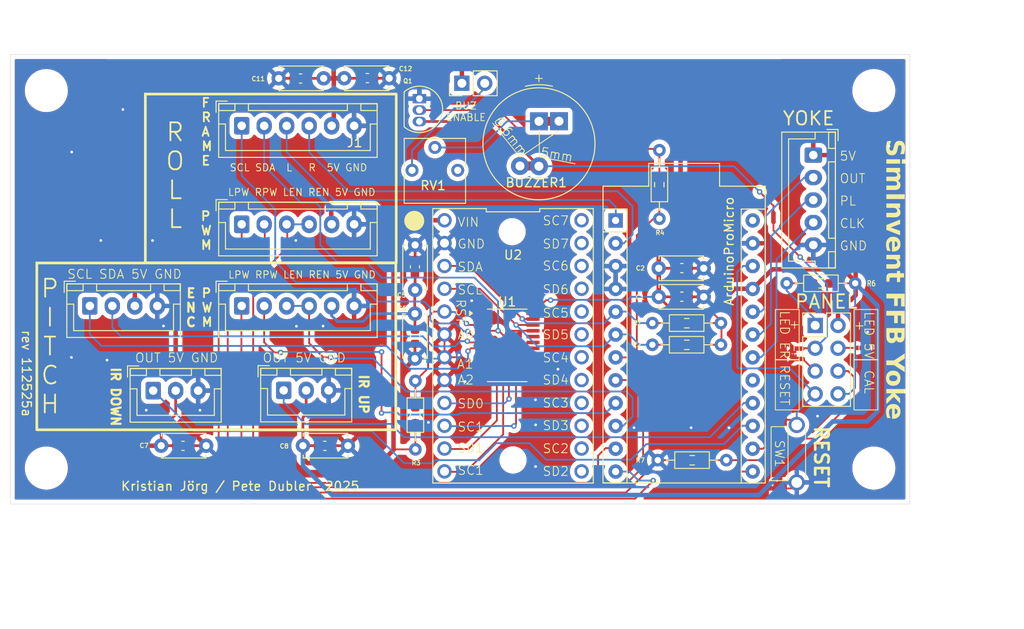
<source format=kicad_pcb>
(kicad_pcb (version 20241229) (generator "pcbnew") (generator_version "9.0")
  (title_block (comment 4 "AISLER Project ID: IAHGHODB"))
  (layers (0 "F.Cu" signal) (2 "B.Cu" signal) (13 "F.Paste" user) (15 "B.Paste" user) (5 "F.SilkS" user "F.Silkscreen") (7 "B.SilkS" user "B.Silkscreen") (1 "F.Mask" user) (3 "B.Mask" user) (25 "Edge.Cuts" user))
  (net 0 "")
  (net 1 "CALIBRATION_BUTTON-")
  (net 2 "INT_IR_P_UP")
  (net 3 "I2C_MUX_SDA_INPUT")
  (net 4 "INT_IR_R_LEFT")
  (net 5 "LPWM_PITCH")
  (net 6 "E_PWM_PITCH")
  (net 7 "BUZZER")
  (net 9 "YOKE_PL")
  (net 10 "E_PWM_ROLL")
  (net 11 "LPWM_ROLL")
  (net 12 "YOKE_OUT")
  (net 13 "5V_POWER_LED-")
  (net 14 "INT_IR_P_DOWN")
  (net 15 "I2C_MUX_SCL_INPUT")
  (net 16 "YOKE_CLK")
  (net 17 "RPWM_PITCH")
  (net 18 "RPWM_ROLL")
  (net 19 "+5V")
  (net 20 "INT_IR_R_RIGHT")
  (net 22 "Net-(BUZZER1-Pad1)")
  (net 23 "ERROR_LED+")
  (net 24 "RESET_BUTTON")
  (net 25 "PITCH_ENC_SDA")
  (net 26 "PITCH_ENC_SCL")
  (net 27 "ROLL_ENC_SCL")
  (net 28 "ROLL_ENC_SDA")
  (net 41 "Net-(Q1-B)")
  (net 42 "INT_CALIBRATION")
  (net 43 "Net-(U1-~{RESET})")
  (net 56 "/Buzzer-")
  (net 57 "GND")
  (net 58 "ERROR_LED-")
  (net 59 "CALIBRATION_BUTTON+")
  (net 60 "RESET_GND")
  (net 61 "5V_POWER_LED+")
  (net 63 "Net-(J7-Pad2)")
  (footprint "NetTie:NetTie-2_SMD_Pad0.5mm" (layer "F.Cu") (at 150.74 79.84 90)
    (property "Reference" "NT6" (hide yes))
    (property "Value" "NetTie_2" (hide yes))
  )
  (footprint "MountingHole:MountingHole_4.3mm_M4_DIN965" (layer "F.Cu") (at 69.83 81.98)
    (property "Reference" "H2" (hide yes))
    (property "Value" "MountingHole")
  )
  (footprint "MyFootprints:DUAL_RESISTOR_7.62mm_0605" (layer "F.Cu") (at 144.83 65.85 180)
    (property "Reference" "R1")
    (property "Value" "10K0")
  )
  (footprint "NetTie:NetTie-2_SMD_Pad0.5mm" (layer "F.Cu") (at 153.43 69.84)
    (property "Reference" "NT3" (hide yes))
    (property "Value" "NetTie_2" (hide yes))
  )
  (footprint "Connector_JST:JST_XH_B3B-XH-A_1x03_P2.50mm_Vertical" (layer "F.Cu") (at 81.71 73.365)
    (property "Reference" "J5" (hide yes))
    (property "Value" "IR Pitch Down")
  )
  (footprint "MyFootprints2:DUAL_RESISTOR_7.62mm_0605" (layer "F.Cu") (at 159.7575 61.42 180)
    (property "Reference" "R6")
    (property "Value" "220")
  )
  (footprint "NetTie:NetTie-2_SMD_Pad0.5mm" (layer "F.Cu") (at 153.39 68.69)
    (property "Reference" "NT2" (hide yes))
    (property "Value" "NetTie_2" (hide yes))
  )
  (footprint "Package_TO_SOT_THT:TO-92L_Inline" (layer "F.Cu") (at 111.31 40.88 -90)
    (property "Reference" "Q1")
    (property "Value" "2N4401")
  )
  (footprint "Connector_JST:JST_XH_B6B-XH-A_1x06_P2.50mm_Vertical" (layer "F.Cu") (at 91.55 43.9)
    (property "Reference" "J1")
    (property "Value" "Frame Cable")
  )
  (footprint "Connector_PinHeader_2.54mm:PinHeader_2x04_P2.54mm_Vertical" (layer "F.Cu") (at 155.3075 66.11)
    (property "Reference" "J9" (hide yes))
    (property "Value" "Conn_02x04_Counter_Clockwise")
  )
  (footprint "TCA9548A:TCA9548A Module" (layer "F.Cu") (at 121.717024 68.38)
    (property "Reference" "U2")
    (property "Value" "~")
  )
  (footprint "Connector_JST:JST_XH_B6B-XH-A_1x06_P2.50mm_Vertical" (layer "F.Cu") (at 91.55 63.94)
    (property "Reference" "J3" (hide yes))
    (property "Value" "Pitch Motor")
  )
  (footprint "MountingHole:MountingHole_4.3mm_M4_DIN965" (layer "F.Cu") (at 161.83 81.98)
    (property "Reference" "H3" (hide yes))
    (property "Value" "MountingHole")
  )
  (footprint "MyFootprints:DUAL_CAP_2.5mm_0603" (layer "F.Cu") (at 100.665 38.62 180)
    (property "Reference" "C11")
    (property "Value" "0.1uF")
  )
  (footprint "MyFootprints:DUAL_CAP_2.5mm_0603" (layer "F.Cu") (at 87.6 79.49 180)
    (property "Reference" "C7")
    (property "Value" "0.1uF")
  )
  (footprint "MyFootprints:DUAL_TACTILE_SWITCH" (layer "F.Cu") (at 153.26 80.38 90)
    (property "Reference" "SW1")
    (property "Value" "PTS636SM43LFS 6X3.5MM")
  )
  (footprint "NetTie:NetTie-2_SMD_Pad0.5mm" (layer "F.Cu") (at 160.44 68.61 180)
    (property "Reference" "NT1" (hide yes))
    (property "Value" "NetTie_2" (hide yes))
  )
  (footprint "Potentiometer_THT:Potentiometer_Vishay_T73YP_Vertical" (layer "F.Cu") (at 115.57 48.85 90)
    (property "Reference" "RV1")
    (property "Value" "R_Potentiometer")
  )
  (footprint "Arduino:Sparkfun_Pro_Micro" (layer "F.Cu") (at 148.36 82.37 180)
    (property "Reference" "ARDUINO_PRO_MICRO1" (hide yes))
    (property "Value" "ArduinoProMicro")
  )
  (footprint "Connector_PinHeader_2.54mm:PinHeader_1x02_P2.54mm_Vertical" (layer "F.Cu") (at 116.03 39.17 90)
    (property "Reference" "J7" (hide yes))
    (property "Value" "Jumper - Buzzer Active")
  )
  (footprint "MountingHole:MountingHole_4.3mm_M4_DIN965" (layer "F.Cu") (at 69.83 39.98)
    (property "Reference" "H1" (hide yes))
    (property "Value" "MountingHole")
  )
  (footprint "MyFootprints:DUAL_CAP_2.5mm_0603" (layer "F.Cu") (at 102.95 38.61)
    (property "Reference" "C12")
    (property "Value" "10uF")
  )
  (footprint "Package_SO:TSSOP-24_4.4x7.8mm_P0.65mm" (layer "F.Cu") (at 121.07 68.33)
    (property "Reference" "U1")
    (property "Value" "TCA9548APWR")
  )
  (footprint "MyFootprints:DUAL_CAP_2.5mm_0603" (layer "F.Cu") (at 137.915 62.93)
    (property "Reference" "C1")
    (property "Value" "0.1uF")
  )
  (footprint "MountingHole:MountingHole_4.3mm_M4_DIN965" (layer "F.Cu") (at 161.83 39.98)
    (property "Reference" "H4" (hide yes))
    (property "Value" "MountingHole")
  )
  (footprint "MyFootprints:DUAL_RESISTOR_7.62mm_0605" (layer "F.Cu") (at 137.99 54.2375 90)
    (property "Reference" "R4")
    (property "Value" "2K0")
  )
  (footprint "NetTie:NetTie-2_SMD_Pad0.5mm" (layer "F.Cu") (at 158.77 63.29)
    (property "Reference" "NT5" (hide yes))
    (property "Value" "NetTie_2" (hide yes))
  )
  (footprint "MyFootprints:DUAL_CAP_2.5mm_0603" (layer "F.Cu") (at 110.81 64.8025 -90)
    (property "Reference" "C6")
    (property "Value" "10uF")
  )
  (footprint "Connector_JST:JST_XH_B3B-XH-A_1x03_P2.50mm_Vertical" (layer "F.Cu") (at 96.22 73.335)
    (property "Reference" "J6" (hide yes))
    (property "Value" "IR Pitch Up")
  )
  (footprint "Buzzer_Beeper:Buzzer_TDK_PS1240P02BT_D12.2mm_H6.5mm" (layer "F.Cu") (at 124.6 43.399216 -90)
    (property "Reference" "BUZZER1")
    (property "Value" "2700Hz")
  )
  (footprint "Connector_JST:JST_XH_B6B-XH-A_1x06_P2.50mm_Vertical" (layer "F.Cu") (at 91.55 54.86)
    (property "Reference" "J2" (hide yes))
    (property "Value" "Roll Motor")
  )
  (footprint "MyFootprints:DUAL_RESISTOR_7.62mm_0605" (layer "F.Cu") (at 110.86 79.9 90)
    (property "Reference" "R3")
    (property "Value" "10K0")
  )
  (footprint "MyFootprints:DUAL_RESISTOR_7.62mm_0605" (layer "F.Cu") (at 145.43 81.1 180)
    (property "Reference" "R7")
    (property "Value" "10K0")
  )
  (footprint "MyFootprints:DUAL_CAP_2.5mm_0603" (layer "F.Cu") (at 137.915 59.75)
    (property "Reference" "C2")
    (property "Value" "10uF")
  )
  (footprint "MyFootprints:DUAL_RESISTOR_7.62mm_0605" (layer "F.Cu") (at 144.83 68.26 180)
    (property "Reference" "R2")
    (property "Value" "10K0")
  )
  (footprint "NetTie:NetTie-2_SMD_Pad0.5mm" (layer "F.Cu") (at 150.67 54.1 90)
    (property "Reference" "NT7" (hide yes))
    (property "Value" "NetTie_2" (hide yes))
  )
  (footprint "MyFootprints:DUAL_CAP_2.5mm_0603" (layer "F.Cu") (at 110.83 62.1575 90)
    (property "Reference" "C5")
    (property "Value" "0.1uF")
  )
  (footprint "NetTie:NetTie-2_SMD_Pad0.5mm" (layer "F.Cu") (at 159.75 70.22 90)
    (property "Reference" "NT4" (hide yes))
    (property "Value" "NetTie_2" (hide yes))
  )
  (footprint "MyFootprints:DUAL_CAP_2.5mm_0603" (layer "F.Cu") (at 103.36 79.49 180)
    (property "Reference" "C8")
    (property "Value" "0.1uF")
  )
  (footprint "Connector_JST:JST_XH_B4B-XH-A_1x04_P2.50mm_Vertical" (layer "F.Cu") (at 74.67 63.94)
    (property "Reference" "J4" (hide yes))
    (property "Value" "Pitch Encoder")
  )
  (footprint "Connector_JST:JST_XH_B5B-XH-A_1x05_P2.50mm_Vertical" (layer "F.Cu") (at 155.1025 47.16 -90)
    (property "Reference" "J8" (hide yes))
    (property "Value" "Yoke")
  )
  (gr_line (start 144.89 66.39) (end 144.89 67.79) (stroke (width 0.2)) (layer "F.Cu") (net 19))
  (gr_rect (start 68.775 59.16) (end 108.685 77.72) (stroke (width 0.3)) (fill no) (layer "F.SilkS"))
  (gr_rect (start 150.88 69.91) (end 153.525 75.51) (stroke (width 0.1)) (fill no) (layer "F.SilkS"))
  (gr_rect (start 80.84 40.37) (end 108.73 59.15) (stroke (width 0.3)) (fill no) (layer "F.SilkS"))
  (gr_rect (start 159.6275 64.34) (end 162.2725 69.94) (stroke (width 0.1)) (fill no) (layer "F.SilkS"))
  (gr_rect (start 159.6275 69.91) (end 162.2725 75.51) (stroke (width 0.1)) (fill no) (layer "F.SilkS"))
  (gr_rect (start 150.88 64.34) (end 153.525 69.94) (stroke (width 0.1)) (fill no) (layer "F.SilkS"))
  (gr_rect (start 65.83 35.98) (end 165.83 85.98) (stroke (width 0.05)) (fill no) (layer "Edge.Cuts"))
  (gr_text "rev 112525a" (at 67.04 66.55 270) (layer "F.SilkS") (effects (font (size 1 1)) (justify left bottom)))
  (gr_text "-\n" (at 153.4825 69.23 90) (layer "F.SilkS") (effects (font (size 1 1) (thickness 0.1)) (justify left bottom)))
  (gr_text "RESET" (at 155.11 77.15 270) (layer "F.SilkS") (effects (font (size 1.5 1.5) (thickness 0.3) (bold yes)) (justify left bottom)))
  (gr_text "YOKE" (at 151.5925 43.95 0) (layer "F.SilkS") (effects (font (size 1.5 1.5) (thickness 0.2) (bold yes)) (justify left bottom)))
  (gr_text "R\nO\nL\nL" (at 84.15 49.43 0) (layer "F.SilkS") (effects (font (size 2 2) (thickness 0.2) (bold yes))))
  (gr_text "SimInvent FFB Yoke" (at 162.88 45.37 270) (layer "F.SilkS") (effects (font (size 2 2) (thickness 0.3) (bold yes)) (justify left bottom)))
  (gr_text "LPW RPW LEN REN 5V GND" (at 89.97 51.76 0) (layer "F.SilkS") (effects (font (size 0.8 0.8) (thickness 0.1)) (justify left bottom)))
  (gr_text "OUT 5V GND" (at 79.635 70.3 0) (layer "F.SilkS") (effects (font (size 1 1) (thickness 0.1)) (justify left bottom)))
  (gr_text "IR UP" (at 104.53 73.76 270) (layer "F.SilkS") (effects (font (size 1 1) (thickness 0.25) (bold yes)) (justify bottom)))
  (gr_text "5V" (at 157.9725 47.85 0) (layer "F.SilkS") (effects (font (size 1 1) (thickness 0.1)) (justify left bottom)))
  (gr_text "F\nR\nA\nM\nE" (at 86.98 48.37 0) (layer "F.SilkS") (effects (font (size 1 1) (thickness 0.2) (bold yes)) (justify left bottom)))
  (gr_text "P\nW\nM" (at 87 66.32 0) (layer "F.SilkS") (effects (font (size 1 1) (thickness 0.2) (bold yes)) (justify left bottom)))
  (gr_text "LED ER" (at 151.33 64.4 270) (layer "F.SilkS") (effects (font (size 1 1) (thickness 0.1)) (justify left bottom)))
  (gr_text "OUT" (at 157.9725 50.3475 0) (layer "F.SilkS") (effects (font (size 1 1) (thickness 0.1)) (justify left bottom)))
  (gr_text "LED 5V" (at 160.71 64.51 270) (layer "F.SilkS") (effects (font (size 1 1) (thickness 0.1)) (justify left bottom)))
  (gr_text "+" (at 123.91 39.14 0) (layer "F.SilkS") (effects (font (size 1 1) (thickness 0.1)) (justify left bottom)))
  (gr_text "LPW RPW LEN REN 5V GND" (at 90.01 60.94 0) (layer "F.SilkS") (effects (font (size 0.8 0.8) (thickness 0.1)) (justify left bottom)))
  (gr_text "RESET" (at 151.33 70.42 270) (layer "F.SilkS") (effects (font (size 1 1) (thickness 0.1)) (justify left bottom)))
  (gr_text "CLK" (at 157.9725 55.3425 0) (layer "F.SilkS") (effects (font (size 1 1) (thickness 0.1)) (justify left bottom)))
  (gr_text "PANEL" (at 152.95 64.34 0) (layer "F.SilkS") (effects (font (size 1.5 1.5) (thickness 0.2) (bold yes)) (justify left bottom)))
  (gr_text "+\n" (at 152.3325 66.55 0) (layer "F.SilkS") (effects (font (size 1 1) (thickness 0.1)) (justify left bottom)))
  (gr_text "Kristian Jörg / Pete Dubler  2025" (at 78.05 84.58 0) (layer "F.SilkS") (effects (font (size 1 1)) (justify left bottom)))
  (gr_text "-\n" (at 160.6925 69.35 90) (layer "F.SilkS") (effects (font (size 1 1) (thickness 0.1)) (justify left bottom)))
  (gr_text "SCL SDA 5V GND" (at 72.1 60.99 0) (layer "F.SilkS") (effects (font (size 1 1) (thickness 0.1)) (justify left bottom)))
  (gr_text "GND" (at 157.9725 57.84 0) (layer "F.SilkS") (effects (font (size 1 1) (thickness 0.1)) (justify left bottom)))
  (gr_text "PL" (at 157.9725 52.845 0) (layer "F.SilkS") (effects (font (size 1 1) (thickness 0.1)) (justify left bottom)))
  (gr_text "BUZ\nENABLE" (at 116.49 43.43 0) (layer "F.SilkS") (effects (font (size 0.8 0.8) (thickness 0.1)) (justify bottom)))
  (gr_text "OUT 5V GND" (at 93.82 70.3 0) (layer "F.SilkS") (effects (font (size 1 1) (thickness 0.1)) (justify left bottom)))
  (gr_text "IR DOWN" (at 76.95 74.05 270) (layer "F.SilkS") (effects (font (size 1 1) (thickness 0.25) (bold yes)) (justify bottom)))
  (gr_text "CAL" (at 160.71 71.01 270) (layer "F.SilkS") (effects (font (size 1 1) (thickness 0.1)) (justify left bottom)))
  (gr_text "E\nN\nC" (at 85.91 66.33 0) (layer "F.SilkS") (effects (font (size 1 1) (thickness 0.25) (bold yes)) (justify bottom)))
  (gr_text "+\n" (at 159.5425 66.67 0) (layer "F.SilkS") (effects (font (size 1 1) (thickness 0.1)) (justify left bottom)))
  (gr_text "SCL SDA  L   R  5V GND" (at 90.16 49.02 0) (layer "F.SilkS") (effects (font (size 0.8 0.8) (thickness 0.1)) (justify left bottom)))
  (gr_text "P\nI\nT\nC\nH" (at 70.23 68.44 0) (layer "F.SilkS") (effects (font (size 2 2) (thickness 0.2) (bold yes))))
  (gr_text "P\nW\nM" (at 86.91 57.75 0) (layer "F.SilkS") (effects (font (size 1 1) (thickness 0.2) (bold yes)) (justify left bottom)))
  (segment (start 159.63 74.38) (end 159.63 71.85) (width 0.2) (layer "F.Cu") (net 1))
  (segment (start 159.63 71.85) (end 158.97 71.19) (width 0.2) (layer "F.Cu") (net 1))
  (segment (start 152.51 78.7) (end 155.31 78.7) (width 0.2) (layer "F.Cu") (net 1))
  (segment (start 155.31 78.7) (end 159.63 74.38) (width 0.2) (layer "F.Cu") (net 1))
  (segment (start 150.87 80.34) (end 152.51 78.7) (width 0.2) (layer "F.Cu") (net 1))
  (segment (start 150.74 80.34) (end 150.87 80.34) (width 0.2) (layer "F.Cu") (net 1))
  (segment (start 145.481 81.1) (end 145.481 80.759) (width 0.2) (layer "F.Cu") (net 1))
  (segment (start 149.98 81.1) (end 150.74 80.34) (width 0.2) (layer "F.Cu") (net 1))
  (segment (start 145.43 81.1) (end 149.98 81.1) (width 0.2) (layer "F.Cu") (net 1))
  (segment (start 158.97 71.19) (end 157.8475 71.19) (width 0.2) (layer "F.Cu") (net 1))
  (segment (start 96.22 73.335) (end 96.22 74.67) (width 0.2) (layer "B.Cu") (net 2))
  (segment (start 98.62 77.07) (end 108.13 77.07) (width 0.2) (layer "B.Cu") (net 2))
  (segment (start 108.13 77.07) (end 109.61 78.55) (width 0.2) (layer "B.Cu") (net 2))
  (segment (start 143.58 78.55) (end 147.4 74.73) (width 0.2) (layer "B.Cu") (net 2))
  (segment (start 109.61 78.55) (end 143.58 78.55) (width 0.2) (layer "B.Cu") (net 2))
  (segment (start 96.22 74.67) (end 98.62 77.07) (width 0.2) (layer "B.Cu") (net 2))
  (segment (start 147.4 74.73) (end 148.38 74.73) (width 0.2) (layer "B.Cu") (net 2))
  (segment (start 122.725 65.405) (end 123.9325 65.405) (width 0.2) (layer "F.Cu") (net 3))
  (segment (start 122.72 65.4) (end 122.725 65.405) (width 0.2) (layer "F.Cu") (net 3))
  (segment (start 114.097024 59.49) (end 116.853444 59.49) (width 0.2) (layer "F.Cu") (net 3))
  (segment (start 116.853444 59.49) (end 122.741804 65.37836) (width 0.2) (layer "F.Cu") (net 3))
  (via (at 122.741804 65.37836) (size 0.6) (drill 0.3) (layers "F.Cu" "B.Cu") (net 3))
  (segment (start 135.63 65.85) (end 137.21 65.85) (width 0.2) (layer "B.Cu") (net 3))
  (segment (start 122.741804 65.37836) (end 123.233444 65.87) (width 0.2) (layer "B.Cu") (net 3))
  (segment (start 133.14 64.57) (end 134.35 64.57) (width 0.2) (layer "B.Cu") (net 3))
  (segment (start 134.35 64.57) (end 135.63 65.85) (width 0.2) (layer "B.Cu") (net 3))
  (segment (start 131.84 65.87) (end 133.14 64.57) (width 0.2) (layer "B.Cu") (net 3))
  (segment (start 123.233444 65.87) (end 131.84 65.87) (width 0.2) (layer "B.Cu") (net 3))
  (segment (start 96.55 43.9) (end 96.55 46.82) (width 0.2) (layer "B.Cu") (net 4))
  (segment (start 104.661057 52.129) (end 105.158943 52.129) (width 0.2) (layer "B.Cu") (net 4))
  (segment (start 96.55 46.82) (end 101.88 52.15) (width 0.2) (layer "B.Cu") (net 4))
  (segment (start 105.158943 52.129) (end 105.179943 52.15) (width 0.2) (layer "B.Cu") (net 4))
  (segment (start 101.88 52.15) (end 104.640057 52.15) (width 0.2) (layer "B.Cu") (net 4))
  (segment (start 105.179943 52.15) (end 132.37 52.15) (width 0.2) (layer "B.Cu") (net 4))
  (segment (start 133.14 52.92) (end 133.14 54.41) (width 0.2) (layer "B.Cu") (net 4))
  (segment (start 104.640057 52.15) (end 104.661057 52.129) (width 0.2) (layer "B.Cu") (net 4))
  (segment (start 132.37 52.15) (end 133.14 52.92) (width 0.2) (layer "B.Cu") (net 4))
  (segment (start 94.69 84.02) (end 96.4229 84.02) (width 0.2) (layer "F.Cu") (net 5))
  (segment (start 96.4229 84.02) (end 96.5229 84.12) (width 0.2) (layer "F.Cu") (net 5))
  (segment (start 136.18 81.85) (end 136.18 72.84) (width 0.2) (layer "F.Cu") (net 5))
  (segment (start 91.52 80.85) (end 94.69 84.02) (width 0.2) (layer "F.Cu") (net 5))
  (segment (start 91.55 63.94) (end 91.52 63.97) (width 0.2) (layer "F.Cu") (net 5))
  (segment (start 133.91 84.12) (end 136.18 81.85) (width 0.2) (layer "F.Cu") (net 5))
  (segment (start 135.53 72.19) (end 133.14 72.19) (width 0.2) (layer "F.Cu") (net 5))
  (segment (start 91.52 63.97) (end 91.52 80.85) (width 0.2) (layer "F.Cu") (net 5))
  (segment (start 136.18 72.84) (end 135.53 72.19) (width 0.2) (layer "F.Cu") (net 5))
  (segment (start 96.5229 84.12) (end 133.91 84.12) (width 0.2) (layer "F.Cu") (net 5))
  (segment (start 99.05 68.08) (end 99.05 63.94) (width 0.2) (layer "F.Cu") (net 6))
  (segment (start 101.43 69.67) (end 100.64 69.67) (width 0.2) (layer "F.Cu") (net 6))
  (segment (start 100.64 69.67) (end 99.05 68.08) (width 0.2) (layer "F.Cu") (net 6))
  (via (at 101.43 69.67) (size 0.6) (drill 0.3) (layers "F.Cu" "B.Cu") (net 6))
  (segment (start 133.98 77.27) (end 133.14 77.27) (width 0.2) (layer "B.Cu") (net 6))
  (segment (start 96.55 63.94) (end 99.05 63.94) (width 0.2) (layer "B.Cu") (net 6))
  (segment (start 101.54 69.78) (end 101.43 69.67) (width 0.2) (layer "B.Cu") (net 6))
  (segment (start 135.02 74.17) (end 135.02 76.23) (width 0.2) (layer "B.Cu") (net 6))
  (segment (start 106.17 69.78) (end 109.849 73.459) (width 0.2) (layer "B.Cu") (net 6))
  (segment (start 135.02 76.23) (end 133.98 77.27) (width 0.2) (layer "B.Cu") (net 6))
  (segment (start 134.309 73.459) (end 135.02 74.17) (width 0.2) (layer "B.Cu") (net 6))
  (segment (start 106.17 69.78) (end 101.54 69.78) (width 0.2) (layer "B.Cu") (net 6))
  (segment (start 109.849 73.459) (end 134.309 73.459) (width 0.2) (layer "B.Cu") (net 6))
  (segment (start 134.83 69.67) (end 135.48 69.02) (width 0.2) (layer "F.Cu") (net 7))
  (segment (start 135.48 69.02) (end 135.48 56.0705) (width 0.2) (layer "F.Cu") (net 7))
  (segment (start 133.12 69.67) (end 134.83 69.67) (width 0.2) (layer "F.Cu") (net 7))
  (segment (start 135.48 56.0705) (end 137.262 54.2885) (width 0.2) (layer "F.Cu") (net 7))
  (segment (start 137.262 54.2885) (end 137.99 54.2885) (width 0.2) (layer "F.Cu") (net 7))
  (segment (start 150.39 56.2) (end 150.39 65.91) (width 0.2) (layer "B.Cu") (net 9))
  (segment (start 149.19 67.11) (end 148.38 67.11) (width 0.2) (layer "B.Cu") (net 9))
  (segment (start 150.39 65.91) (end 149.19 67.11) (width 0.2) (layer "B.Cu") (net 9))
  (segment (start 155.1025 52.16) (end 154.43 52.16) (width 0.2) (layer "B.Cu") (net 9))
  (segment (start 154.43 52.16) (end 150.39 56.2) (width 0.2) (layer "B.Cu") (net 9))
  (segment (start 131.17 82.69) (end 131.17 80.6) (width 0.2) (layer "F.Cu") (net 10))
  (segment (start 96.62 54.86) (end 96.62 57.44) (width 0.2) (layer "F.Cu") (net 10))
  (segment (start 96.62 57.44) (end 92.83 61.23) (width 0.2) (layer "F.Cu") (net 10))
  (segment (start 130.23 83.63) (end 131.17 82.69) (width 0.2) (layer "F.Cu") (net 10))
  (segment (start 92.83 61.23) (end 92.83 79.86) (width 0.2) (layer "F.Cu") (net 10))
  (segment (start 132.01 79.76) (end 133.09 79.76) (width 0.2) (layer "F.Cu") (net 10))
  (segment (start 92.83 79.86) (end 96.6 83.63) (width 0.2) (layer "F.Cu") (net 10))
  (segment (start 131.17 80.6) (end 132.01 79.76) (width 0.2) (layer "F.Cu") (net 10))
  (segment (start 96.6 83.63) (end 130.23 83.63) (width 0.2) (layer "F.Cu") (net 10))
  (segment (start 133.09 79.76) (end 133.14 79.81) (width 0.2) (layer "F.Cu") (net 10))
  (segment (start 96.55 54.86) (end 99.05 54.86) (width 0.2) (layer "B.Cu") (net 10))
  (segment (start 92.699 85.379) (end 88.99 81.67) (width 0.2) (layer "F.Cu") (net 11))
  (segment (start 91.55 57.08) (end 91.55 54.86) (width 0.2) (layer "F.Cu") (net 11))
  (segment (start 88.99 59.64) (end 91.55 57.08) (width 0.2) (layer "F.Cu") (net 11))
  (segment (start 88.99 81.67) (end 88.99 59.64) (width 0.2) (layer "F.Cu") (net 11))
  (segment (start 137.3 83.37) (end 135.291 85.379) (width 0.2) (layer "F.Cu") (net 11))
  (segment (start 135.291 85.379) (end 92.699 85.379) (width 0.2) (layer "F.Cu") (net 11))
  (via (at 137.3 83.37) (size 0.6) (drill 0.3) (layers "F.Cu" "B.Cu") (net 11))
  (segment (start 137.3 83.37) (end 135.67 83.37) (width 0.2) (layer "B.Cu") (net 11))
  (segment (start 134.67 82.37) (end 133.12 82.37) (width 0.2) (layer "B.Cu") (net 11))
  (segment (start 135.67 83.37) (end 134.67 82.37) (width 0.2) (layer "B.Cu") (net 11))
  (segment (start 149.75 54) (end 149.75 64.13) (width 0.2) (layer "B.Cu") (net 12))
  (segment (start 149.31 64.57) (end 148.38 64.57) (width 0.2) (layer "B.Cu") (net 12))
  (segment (start 149.75 64.13) (end 149.31 64.57) (width 0.2) (layer "B.Cu") (net 12))
  (segment (start 155.1025 49.66) (end 154.09 49.66) (width 0.2) (layer "B.Cu") (net 12))
  (segment (start 154.09 49.66) (end 149.75 54) (width 0.2) (layer "B.Cu") (net 12))
  (segment (start 159.94 68.61) (end 157.8875 68.61) (width 0.2) (layer "F.Cu") (net 13))
  (segment (start 157.8875 68.61) (end 157.8475 68.65) (width 0.2) (layer "F.Cu") (net 13))
  (segment (start 134.81 81.05) (end 136.55 79.31) (width 0.2) (layer "B.Cu") (net 14))
  (segment (start 147.22 77.27) (end 148.38 77.27) (width 0.2) (layer "B.Cu") (net 14))
  (segment (start 109.61 81.44) (end 112.72 81.44) (width 0.2) (layer "B.Cu") (net 14))
  (segment (start 117.981 81.079) (end 119.85 79.21) (width 0.2) (layer "B.Cu") (net 14))
  (segment (start 125.39 81.05) (end 134.81 81.05) (width 0.2) (layer "B.Cu") (net 14))
  (segment (start 112.72 81.44) (end 113.06 81.1) (width 0.2) (layer "B.Cu") (net 14))
  (segment (start 86.215 77.87) (end 106.04 77.87) (width 0.2) (layer "B.Cu") (net 14))
  (segment (start 119.85 79.21) (end 123.55 79.21) (width 0.2) (layer "B.Cu") (net 14))
  (segment (start 145.18 79.31) (end 147.22 77.27) (width 0.2) (layer "B.Cu") (net 14))
  (segment (start 123.55 79.21) (end 125.39 81.05) (width 0.2) (layer "B.Cu") (net 14))
  (segment (start 136.55 79.31) (end 145.18 79.31) (width 0.2) (layer "B.Cu") (net 14))
  (segment (start 106.04 77.87) (end 109.61 81.44) (width 0.2) (layer "B.Cu") (net 14))
  (segment (start 113.06 81.1) (end 117.981 81.1) (width 0.2) (layer "B.Cu") (net 14))
  (segment (start 81.71 73.365) (end 86.215 77.87) (width 0.2) (layer "B.Cu") (net 14))
  (segment (start 117.981 81.1) (end 117.981 81.079) (width 0.2) (layer "B.Cu") (net 14))
  (segment (start 122.06 66.055) (end 118.035 62.03) (width 0.2) (layer "F.Cu") (net 15))
  (segment (start 122.06 66.055) (end 123.9325 66.055) (width 0.2) (layer "F.Cu") (net 15))
  (segment (start 118.035 62.03) (end 114.097024 62.03) (width 0.2) (layer "F.Cu") (net 15))
  (via (at 122.06 66.055) (size 0.6) (drill 0.3) (layers "F.Cu" "B.Cu") (net 15))
  (segment (start 135.76 68.26) (end 137.21 68.26) (width 0.2) (layer "B.Cu") (net 15))
  (segment (start 134.61 67.11) (end 135.76 68.26) (width 0.2) (layer "B.Cu") (net 15))
  (segment (start 133.14 67.11) (end 134.61 67.11) (width 0.2) (layer "B.Cu") (net 15))
  (segment (start 122.06 66.055) (end 124.435 68.43) (width 0.2) (layer "B.Cu") (net 15))
  (segment (start 124.435 68.43) (end 131.82 68.43) (width 0.2) (layer "B.Cu") (net 15))
  (segment (start 131.82 68.43) (end 133.14 67.11) (width 0.2) (layer "B.Cu") (net 15))
  (segment (start 151.01 67.92) (end 149.28 69.65) (width 0.2) (layer "B.Cu") (net 16))
  (segment (start 149.28 69.65) (end 148.38 69.65) (width 0.2) (layer "B.Cu") (net 16))
  (segment (start 155.1025 54.66) (end 151.01 58.7525) (width 0.2) (layer "B.Cu") (net 16))
  (segment (start 151.01 58.7525) (end 151.01 67.92) (width 0.2) (layer "B.Cu") (net 16))
  (segment (start 95.88 69.12) (end 95.18 69.12) (width 0.2) (layer "F.Cu") (net 17))
  (segment (start 107.1 75.86) (end 107.1 69.06) (width 0.2) (layer "F.Cu") (net 17))
  (segment (start 94.05 67.99) (end 94.05 63.94) (width 0.2) (layer "F.Cu") (net 17))
  (segment (start 95.18 69.12) (end 94.05 67.99) (width 0.2) (layer "F.Cu") (net 17))
  (via (at 107.1 69.06) (size 0.6) (drill 0.3) (layers "F.Cu" "B.Cu") (net 17))
  (via (at 95.88 69.12) (size 0.6) (drill 0.3) (layers "F.Cu" "B.Cu") (net 17))
  (via (at 107.1 75.86) (size 0.6) (drill 0.3) (layers "F.Cu" "B.Cu") (net 17))
  (segment (start 95.94 69.06) (end 95.88 69.12) (width 0.2) (layer "B.Cu") (net 17))
  (segment (start 107.1 75.86) (end 107.2 75.86) (width 0.2) (layer "B.Cu") (net 17))
  (segment (start 107.2 75.86) (end 107.269 75.791) (width 0.2) (layer "B.Cu") (net 17))
  (segment (start 115.67 76.03) (end 115.83 75.87) (width 0.2) (layer "B.Cu") (net 17))
  (segment (start 107.1 69.06) (end 95.94 69.06) (width 0.2) (layer "B.Cu") (net 17))
  (segment (start 115.83 75.87) (end 132 75.87) (width 0.2) (layer "B.Cu") (net 17))
  (segment (start 108.821 75.791) (end 109.06 76.03) (width 0.2) (layer "B.Cu") (net 17))
  (segment (start 109.06 76.03) (end 115.67 76.03) (width 0.2) (layer "B.Cu") (net 17))
  (segment (start 132 75.87) (end 133.14 74.73) (width 0.2) (layer "B.Cu") (net 17))
  (segment (start 107.269 75.791) (end 108.821 75.791) (width 0.2) (layer "B.Cu") (net 17))
  (segment (start 136.61 82.37) (end 148.36 82.37) (width 0.2) (layer "F.Cu") (net 18))
  (segment (start 94.05 54.86) (end 94.12 54.93) (width 0.2) (layer "F.Cu") (net 18))
  (segment (start 91.21 82.29) (end 93.62 84.7) (width 0.2) (layer "F.Cu") (net 18))
  (segment (start 90 61.345) (end 90 81.06) (width 0.2) (layer "F.Cu") (net 18))
  (segment (start 134.28 84.7) (end 136.61 82.37) (width 0.2) (layer "F.Cu") (net 18))
  (segment (start 91.21 82.27) (end 91.21 82.29) (width 0.2) (layer "F.Cu") (net 18))
  (segment (start 94.12 54.93) (end 94.12 57.225) (width 0.2) (layer "F.Cu") (net 18))
  (segment (start 93.62 84.7) (end 134.28 84.7) (width 0.2) (layer "F.Cu") (net 18))
  (segment (start 94.12 57.225) (end 90 61.345) (width 0.2) (layer "F.Cu") (net 18))
  (segment (start 90 81.06) (end 91.21 82.27) (width 0.2) (layer "F.Cu") (net 18))
  (segment (start 158.4246 59.87) (end 150.54 59.87) (width 0.5) (layer "F.Cu") (net 19))
  (segment (start 79.17 71.61) (end 79.17 77.76) (width 0.5) (layer "F.Cu") (net 19))
  (segment (start 144.881 65.6839) (end 144.881 65.85) (width 0.2) (layer "F.Cu") (net 19))
  (segment (start 140.34 36.85) (end 140.34 55.84) (width 0.5) (layer "F.Cu") (net 19))
  (segment (start 84.21 61.33) (end 84.21 69.62) (width 0.5) (layer "F.Cu") (net 19))
  (segment (start 108.5275 64.8025) (end 108.43 64.9) (width 0.3) (layer "F.Cu") (net 19))
  (segment (start 106.23 53) (end 101.51 53) (width 0.5) (layer "F.Cu") (net 19))
  (segment (start 101.78 36.9) (end 101.83 36.85) (width 0.5) (layer "F.Cu") (net 19))
  (segment (start 116.26 36.85) (end 137.93 36.85) (width 0.5) (layer "F.Cu") (net 19))
  (segment (start 84.21 69.62) (end 82.75 71.08) (width 0.5) (layer "F.Cu") (net 19))
  (segment (start 84.21 76.03) (end 82.6 77.64) (width 0.3) (layer "F.Cu") (net 19))
  (segment (start 101.79 38.63) (end 101.79 43.66) (width 0.5) (layer "F.Cu") (net 19))
  (segment (start 110.659 79.9) (end 110.86 80.101) (width 0.2) (layer "F.Cu") (net 19))
  (segment (start 110.79 64.7625) (end 110.79 62.1975) (width 0.3) (layer "F.Cu") (net 19))
  (segment (start 77.41 36.85) (end 76.84 37.42) (width 0.5) (layer "F.Cu") (net 19))
  (segment (start 110.81 64.8025) (end 108.5275 64.8025) (width 0.3) (layer "F.Cu") (net 19))
  (segment (start 108.43 55.2) (end 106.23 53) (width 0.5) (layer "F.Cu") (net 19))
  (segment (start 79.67 62.17) (end 79.67 63.94) (width 0.5) (layer "F.Cu") (net 19))
  (segment (start 137.915 59.75) (end 137.915 62.93) (width 0.5) (layer "F.Cu") (net 19))
  (segment (start 101.79 43.66) (end 101.55 43.9) (width 0.2) (layer "F.Cu") (net 19))
  (segment (start 108.43 79.96) (end 106.96 81.43) (width 0.5) (layer "F.Cu") (net 19))
  (segment (start 159.8085 49.7185) (end 159.8085 62.7515) (width 0.5) (layer "F.Cu") (net 19))
  (segment (start 82.6 77.64) (end 82.6 79.49) (width 0.3) (layer "F.Cu") (net 19))
  (segment (start 116.26 36.85) (end 116.03 37.08) (width 0.5) (layer "F.Cu") (net 19))
  (segment (start 98.88 81.43) (end 98.405 80.955) (width 0.5) (layer "F.Cu") (net 19))
  (segment (start 155.1025 47.16) (end 157.25 47.16) (width 0.5) (layer "F.Cu") (net 19))
  (segment (start 84.21 52.69) (end 84.21 61.33) (width 0.5) (layer "F.Cu") (net 19))
  (segment (start 101.83 36.85) (end 116.26 36.85) (width 0.5) (layer "F.Cu") (net 19))
  (segment (start 139.585 64.6) (end 143.7971 64.6) (width 0.3) (layer "F.Cu") (net 19))
  (segment (start 137.915 62.93) (end 139.585 64.6) (width 0.3) (layer "F.Cu") (net 19))
  (segment (start 98.72 73.335) (end 98.68 73.375) (width 0.2) (layer "F.Cu") (net 19))
  (segment (start 116.03 37.08) (end 116.03 39.17) (width 0.5) (layer "F.Cu") (net 19))
  (segment (start 101.51 53) (end 101.51 54.75) (width 0.5) (layer "F.Cu") (net 19))
  (segment (start 143.7971 64.6) (end 144.881 65.6839) (width 0.2) (layer "F.Cu") (net 19))
  (segment (start 148.38 62.03) (end 146.3671 62.03) (width 0.5) (layer "F.Cu") (net 19))
  (segment (start 101.78 38.62) (end 102.94 38.62) (width 0.5) (layer "F.Cu") (net 19))
  (segment (start 76.84 37.42) (end 76.84 45.32) (width 0.5) (layer "F.Cu") (net 19))
  (segment (start 98.405 80.955) (end 98.405 79.535) (width 0.5) (layer "F.Cu") (net 19))
  (segment (start 155.1025 41.2825) (end 155.1025 47.16) (width 0.5) (layer "F.Cu") (net 19))
  (segment (start 157.25 47.16) (end 159.8085 49.7185) (width 0.5) (layer "F.Cu") (net 19))
  (segment (start 101.83 36.85) (end 77.41 36.85) (width 0.5) (layer "F.Cu") (net 19))
  (segment (start 80.9 79.49) (end 82.6 79.49) (width 0.5) (layer "F.Cu") (net 19))
  (segment (start 159.8085 62.7515) (end 159.27 63.29) (width 0.5) (layer "F.Cu") (net 19))
  (segment (start 102.94 38.62) (end 102.95 38.61) (width 0.2) (layer "F.Cu") (net 19))
  (segment (start 98.68 79.17) (end 98.36 79.49) (width 0.2) (layer "F.Cu") (net 19))
  (segment (start 150.54 59.87) (end 148.38 62.03) (width 0.5) (layer "F.Cu") (net 19))
  (segment (start 98.36 76.355) (end 98.36 79.49) (width 0.3) (layer "F.Cu") (net 19))
  (segment (start 79.7 71.08) (end 79.17 71.61) (width 0.5) (layer "F.Cu") (net 19))
  (segment (start 98.72 73.335) (end 98.72 75.995) (width 0.3) (layer "F.Cu") (net 19))
  (segment (start 146.3671 62.03) (end 143.7971 64.6) (width 0.5) (layer "F.Cu") (net 19))
  (segment (start 109.22 54.41) (end 114.097024 54.41) (width 0.5) (layer "F.Cu") (net 19))
  (segment (start 76.84 45.32) (end 84.21 52.69) (width 0.5) (layer "F.Cu") (net 19))
  (segment (start 79.17 77.76) (end 80.9 79.49) (width 0.5) (layer "F.Cu") (net 19))
  (segment (start 150.67 36.85) (end 155.1025 41.2825) (width 0.5) (layer "F.Cu") (net 19))
  (segment (start 101.78 38.62) (end 101.79 38.63) (width 0.2) (layer "F.Cu") (net 19))
  (segment (start 100.665 38.62) (end 101.78 38.62) (width 0.5) (layer "F.Cu") (net 19))
  (segment (start 101.78 38.62) (end 101.78 36.9) (width 0.5) (layer "F.Cu") (net 19))
  (segment (start 123.9325 64.755) (end 125.3875 63.3) (width 0.2) (layer "F.Cu") (net 19))
  (segment (start 137.915 58.265) (end 137.915 59.75) (width 0.5) (layer "F.Cu") (net 19))
  (segment (start 82.75 71.08) (end 79.7 71.08) (width 0.5) (layer "F.Cu") (net 19))
  (segment (start 137.93 36.85) (end 150.67 36.85) (width 0.5) (layer "F.Cu") (net 19))
  (segment (start 101.69 54.79) (end 101.62 54.86) (width 0.2) (layer "F.Cu") (net 19))
  (segment (start 84.21 73.365) (end 84.21 76.03) (width 0.3) (layer "F.Cu") (net 19))
  (segment (start 140.34 55.84) (end 137.915 58.265) (width 0.5) (layer "F.Cu") (net 19))
  (segment (start 98.405 79.535) (end 98.36 79.49) (width 0.5) (layer "F.Cu") (net 19))
  (segment (start 137.93 36.85) (end 140.34 36.85) (width 0.5) (layer "F.Cu") (net 19))
  (segment (start 159.8085 61.42) (end 159.8085 61.2539) (width 0.5) (layer "F.Cu") (net 19))
  (segment (start 110.86 79.9) (end 108.49 79.9) (width 0.2) (layer "F.Cu") (net 19))
  (segment (start 108.43 64.9) (end 108.43 55.2) (width 0.5) (layer "F.Cu") (net 19))
  (segment (start 106.96 81.43) (end 98.88 81.43) (width 0.5) (layer "F.Cu") (net 19))
  (segment (start 108.43 79.96) (end 108.43 64.9) (width 0.5) (layer "F.Cu") (net 19))
  (segment (start 84.21 61.33) (end 80.51 61.33) (width 0.5) (layer "F.Cu") (net 19))
  (segment (start 159.8085 61.2539) (end 158.4246 59.87) (width 0.5) (layer "F.Cu") (net 19))
  (segment (start 125.3875 63.3) (end 125.89 63.3) (width 0.2) (layer "F.Cu") (net 19))
  (segment (start 101.51 54.75) (end 101.62 54.86) (width 0.5) (layer "F.Cu") (net 19))
  (segment (start 98.72 75.995) (end 98.36 76.355) (width 0.3) (layer "F.Cu") (net 19))
  (segment (start 108.49 79.9) (end 108.43 79.96) (width 0.2) (layer "F.Cu") (net 19))
  (segment (start 80.51 61.33) (end 79.67 62.17) (width 0.5) (layer "F.Cu") (net 19))
  (segment (start 108.43 55.2) (end 109.22 54.41) (width 0.5) (layer "F.Cu") (net 19))
  (via (at 125.89 63.3) (size 0.6) (drill 0.3) (layers "F.Cu" "B.Cu") (net 19))
  (segment (start 125.89 63.3) (end 125.93 63.26) (width 0.2) (layer "B.Cu") (net 19))
  (segment (start 101.6 84.98) (end 98.36 81.74) (width 0.5) (layer "B.Cu") (net 19))
  (segment (start 157.25 76.8) (end 149.07 84.98) (width 0.5) (layer "B.Cu") (net 19))
  (segment (start 134.77 62.93) (end 137.915 62.93) (width 0.2) (layer "B.Cu") (net 19))
  (segment (start 149.07 84.98) (end 101.6 84.98) (width 0.5) (layer "B.Cu") (net 19))
  (segment (start 101.55 65.03) (end 101.55 63.94) (width 0.3) (layer "B.Cu") (net 19))
  (segment (start 105.05 65.67) (end 102.19 65.67) (width 0.3) (layer "B.Cu") (net 19))
  (segment (start 159.6235 61.33) (end 159.7025 61.33) (width 0.2) (layer "B.Cu") (net 19))
  (segment (start 98.36 81.74) (end 98.36 79.49) (width 0.5) (layer "B.Cu") (net 19))
  (segment (start 159.75 66.68) (end 159.75 69.72) (width 0.2) (layer "B.Cu") (net 19))
  (segment (start 159.7575 66.6725) (end 159.7575 61.42) (width 0.2) (layer "B.Cu") (net 19))
  (segment (start 159.75 66.68) (end 159.7575 66.6725) (width 0.2) (layer "B.Cu") (net 19))
  (segment (start 159.6235 61.4961) (end 159.6235 61.33) (width 0.2) (layer "B.Cu") (net 19))
  (segment (start 98.72 73.335) (end 98.72 73.78) (width 0.2) (layer "B.Cu") (net 19))
  (segment (start 162.25 75.64) (end 161.09 76.8) (width 0.5) (layer "B.Cu") (net 19))
  (segment (start 105.9175 64.8025) (end 105.05 65.67) (width 0.3) (layer "B.Cu") (net 19))
  (segment (start 110.81 64.8025) (end 105.9175 64.8025) (width 0.3) (layer "B.Cu") (net 19))
  (segment (start 125.93 63.26) (end 134.44 63.26) (width 0.2) (layer "B.Cu") (net 19))
  (segment (start 159.7575 61.42) (end 162.25 63.9125) (width 0.5) (layer "B.Cu") (net 19))
  (segment (start 102.19 65.67) (end 101.55 65.03) (width 0.3) (layer "B.Cu") (net 19))
  (segment (start 134.44 63.26) (end 134.77 62.93) (width 0.2) (layer "B.Cu") (net 19))
  (segment (start 161.09 76.8) (end 157.25 76.8) (width 0.5) (layer "B.Cu") (net 19))
  (segment (start 162.25 63.9125) (end 162.25 75.64) (width 0.5) (layer "B.Cu") (net 19))
  (segment (start 133.34 51.19) (end 103.41 51.19) (width 0.2) (layer "B.Cu") (net 20))
  (segment (start 135 52.85) (end 133.34 51.19) (width 0.2) (layer "B.Cu") (net 20))
  (segment (start 99.05 46.83) (end 99.05 43.9) (width 0.2) (layer "B.Cu") (net 20))
  (segment (start 135 56.01) (end 135 52.85) (width 0.2) (layer "B.Cu") (net 20))
  (segment (start 133.12 56.97) (end 134.04 56.97) (width 0.2) (layer "B.Cu") (net 20))
  (segment (start 103.41 51.19) (end 99.05 46.83) (width 0.2) (layer "B.Cu") (net 20))
  (segment (start 134.04 56.97) (end 135 56.01) (width 0.2) (layer "B.Cu") (net 20))
  (segment (start 125.350784 44.15) (end 124.6 43.399216) (width 0.3) (layer "F.Cu") (net 22))
  (segment (start 124.6 43.399216) (end 121.050784 43.399216) (width 0.2) (layer "B.Cu") (net 22))
  (segment (start 118.14 46.31) (end 113.03 46.31) (width 0.2) (layer "B.Cu") (net 22))
  (segment (start 121.050784 43.399216) (end 118.14 46.31) (width 0.2) (layer "B.Cu") (net 22))
  (segment (start 152.1375 62.2375) (end 152.1375 61.42) (width 0.2) (layer "B.Cu") (net 23))
  (segment (start 155.3075 65.4075) (end 152.1375 62.2375) (width 0.2) (layer "B.Cu") (net 23))
  (segment (start 155.3075 66.11) (end 155.3075 65.4075) (width 0.2) (layer "B.Cu") (net 23))
  (segment (start 146.79 70.89) (end 146.68 70.78) (width 0.2) (layer "B.Cu") (net 24))
  (segment (start 147.59 70.89) (end 146.79 70.89) (width 0.2) (layer "B.Cu") (net 24))
  (segment (start 146.64 60.16) (end 147.31 59.49) (width 0.2) (layer "B.Cu") (net 24))
  (segment (start 152.4675 70.89) (end 147.59 70.89) (width 0.2) (layer "B.Cu") (net 24))
  (segment (start 153.26 75.7775) (end 153.26 77.18) (width 0.2) (layer "B.Cu") (net 24))
  (segment (start 146.64 70.74) (end 146.64 60.16) (width 0.2) (layer "B.Cu") (net 24))
  (segment (start 147.31 59.49) (end 148.38 59.49) (width 0.2) (layer "B.Cu") (net 24))
  (segment (start 155.3075 73.73) (end 153.26 75.7775) (width 0.2) (layer "B.Cu") (net 24))
  (segment (start 146.68 70.78) (end 146.64 70.74) (width 0.2) (layer "B.Cu") (net 24))
  (segment (start 155.3075 73.73) (end 152.4675 70.89) (width 0.2) (layer "B.Cu") (net 24))
  (segment (start 116.45 82.4) (end 114.097024 82.4) (width 0.2) (layer "F.Cu") (net 25))
  (segment (start 118.2075 68.005) (end 119.605 68.005) (width 0.2) (layer "F.Cu") (net 25))
  (segment (start 118.2075 68.005) (end 116.785 68.005) (width 0.2) (layer "F.Cu") (net 25))
  (segment (start 116.785 68.005) (end 116.64 67.86) (width 0.2) (layer "F.Cu") (net 25))
  (segment (start 120.62 78.23) (end 116.45 82.4) (width 0.2) (layer "F.Cu") (net 25))
  (segment (start 119.605 68.005) (end 120.62 69.02) (width 0.2) (layer "F.Cu") (net 25))
  (segment (start 120.62 69.02) (end 120.62 78.23) (width 0.2) (layer "F.Cu") (net 25))
  (via (at 116.64 67.86) (size 0.6) (drill 0.3) (layers "F.Cu" "B.Cu") (net 25))
  (segment (start 112.79339 68.44) (end 111.67339 67.32) (width 0.2) (layer "B.Cu") (net 25))
  (segment (start 78.12 67.32) (end 77.17 66.37) (width 0.2) (layer "B.Cu") (net 25))
  (segment (start 111.67339 67.32) (end 78.12 67.32) (width 0.2) (layer "B.Cu") (net 25))
  (segment (start 77.17 66.37) (end 77.17 63.94) (width 0.2) (layer "B.Cu") (net 25))
  (segment (start 115.85 67.86) (end 115.27 68.44) (width 0.2) (layer "B.Cu") (net 25))
  (segment (start 116.64 67.86) (end 115.85 67.86) (width 0.2) (layer "B.Cu") (net 25))
  (segment (start 115.27 68.44) (end 112.79339 68.44) (width 0.2) (layer "B.Cu") (net 25))
  (segment (start 118.2075 68.655) (end 117.035 68.655) (width 0.2) (layer "F.Cu") (net 26))
  (segment (start 119.92 69.32) (end 119.92 76.69) (width 0.2) (layer "F.Cu") (net 26))
  (segment (start 116.75 79.86) (end 114.097024 79.86) (width 0.2) (layer "F.Cu") (net 26))
  (segment (start 119.255 68.655) (end 119.92 69.32) (width 0.2) (layer "F.Cu") (net 26))
  (segment (start 119.92 76.69) (end 116.75 79.86) (width 0.2) (layer "F.Cu") (net 26))
  (segment (start 118.2075 68.655) (end 119.255 68.655) (width 0.2) (layer "F.Cu") (net 26))
  (segment (start 117.035 68.655) (end 116.71 68.98) (width 0.2) (layer "F.Cu") (net 26))
  (via (at 116.71 68.98) (size 0.6) (drill 0.3) (layers "F.Cu" "B.Cu") (net 26))
  (segment (start 74.67 67.1) (end 74.67 63.94) (width 0.2) (layer "B.Cu") (net 26))
  (segment (start 116.71 69.75) (end 115.53 70.93) (width 0.2) (layer "B.Cu") (net 26))
  (segment (start 110.2 70.93) (end 107.66 68.39) (width 0.2) (layer "B.Cu") (net 26))
  (segment (start 75.96 68.39) (end 74.67 67.1) (width 0.2) (layer "B.Cu") (net 26))
  (segment (start 115.53 70.93) (end 110.2 70.93) (width 0.2) (layer "B.Cu") (net 26))
  (segment (start 116.71 68.98) (end 116.71 69.75) (width 0.2) (layer "B.Cu") (net 26))
  (segment (start 107.66 68.39) (end 75.96 68.39) (width 0.2) (layer "B.Cu") (net 26))
  (segment (start 121.22 74.23) (end 121.22 74.09) (width 0.2) (layer "F.Cu") (net 27))
  (segment (start 121.27 74.28) (end 121.22 74.23) (width 0.2) (layer "F.Cu") (net 27))
  (segment (start 118.2075 67.355) (end 117.27353 67.355) (width 0.2) (layer "F.Cu") (net 27))
  (segment (start 121.22 74.09) (end 121.26 74.05) (width 0.2) (layer "F.Cu") (net 27))
  (segment (start 119.745 67.355) (end 118.2075 67.355) (width 0.2) (layer "F.Cu") (net 27))
  (segment (start 117.27353 67.355) (end 116.694265 66.775735) (width 0.2) (layer "F.Cu") (net 27))
  (segment (start 121.26 74.05) (end 121.26 68.87) (width 0.2) (layer "F.Cu") (net 27))
  (segment (start 121.26 68.87) (end 119.745 67.355) (width 0.2) (layer "F.Cu") (net 27))
  (via (at 121.27 74.28) (size 0.6) (drill 0.3) (layers "F.Cu" "B.Cu") (net 27))
  (via (at 116.694265 66.775735) (size 0.6) (drill 0.3) (layers "F.Cu" "B.Cu") (net 27))
  (segment (start 121.22 74.35) (end 120.79 74.78) (width 0.2) (layer "B.Cu") (net 27))
  (segment (start 91.55 43.9) (end 91.55 49.46) (width 0.2) (layer "B.Cu") (net 27))
  (segment (start 112.52 64.14) (end 112.52 65.52) (width 0.2) (layer "B.Cu") (net 27))
  (segment (start 111.83 63.45) (end 112.52 64.14) (width 0.2) (layer "B.Cu") (net 27))
  (segment (start 116.255735 66.775735) (end 116.694265 66.775735) (width 0.2) (layer "B.Cu") (net 27))
  (segment (start 95.28 59.01) (end 97.59 61.32) (width 0.2) (layer "B.Cu") (net 27))
  (segment (start 121.27 74.28) (end 121.22 74.33) (width 0.2) (layer "B.Cu") (net 27))
  (segment (start 112.52 65.52) (end 112.89 65.89) (width 0.2) (layer "B.Cu") (net 27))
  (segment (start 97.59 61.32) (end 104.49 61.32) (width 0.2) (layer "B.Cu") (net 27))
  (segment (start 91.55 49.46) (end 95.28 53.19) (width 0.2) (layer "B.Cu") (net 27))
  (segment (start 95.28 53.19) (end 95.28 59.01) (width 0.2) (layer "B.Cu") (net 27))
  (segment (start 115.37 65.89) (end 116.255735 66.775735) (width 0.2) (layer "B.Cu") (net 27))
  (segment (start 104.49 61.32) (end 106.62 63.45) (width 0.2) (layer "B.Cu") (net 27))
  (segment (start 120.79 74.78) (end 114.097024 74.78) (width 0.2) (layer "B.Cu") (net 27))
  (segment (start 121.22 74.33) (end 121.22 74.35) (width 0.2) (layer "B.Cu") (net 27))
  (segment (start 106.62 63.45) (end 111.83 63.45) (width 0.2) (layer "B.Cu") (net 27))
  (segment (start 112.89 65.89) (end 115.37 65.89) (width 0.2) (layer "B.Cu") (net 27))
  (segment (start 121.82 77.3) (end 122.05 77.07) (width 0.2) (layer "F.Cu") (net 28))
  (segment (start 120.135 66.705) (end 120.05 66.705) (width 0.2) (layer "F.Cu") (net 28))
  (segment (start 122.05 77.07) (end 122.05 68.62) (width 0.2) (layer "F.Cu") (net 28))
  (segment (start 122.05 68.62) (end 120.135 66.705) (width 0.2) (layer "F.Cu") (net 28))
  (segment (start 118.2075 66.705) (end 120.05 66.705) (width 0.2) (layer "F.Cu") (net 28))
  (via (at 121.82 77.3) (size 0.6) (drill 0.3) (layers "F.Cu" "B.Cu") (net 28))
  (via (at 120.05 66.705) (size 0.6) (drill 0.3) (layers "F.Cu" "B.Cu") (net 28))
  (segment (start 117.43 60.79) (end 120.05 63.41) (width 0.2) (layer "B.Cu") (net 28))
  (segment (start 105.37 59.04) (end 107.12 60.79) (width 0.2) (layer "B.Cu") (net 28))
  (segment (start 99.8 52.45) (end 100.29 52.94) (width 0.2) (layer "B.Cu") (net 28))
  (segment (start 100.29 57.18) (end 102.15 59.04) (width 0.2) (layer "B.Cu") (net 28))
  (segment (start 94.05 43.9) (end 94.05 48.38) (width 0.2) (layer "B.Cu") (net 28))
  (segment (start 119.79 77.3) (end 119.77 77.32) (width 0.2) (layer "B.Cu") (net 28))
  (segment (start 120.05 63.41) (end 120.05 66.705) (width 0.2) (layer "B.Cu") (net 28))
  (segment (start 121.82 77.3) (end 119.79 77.3) (width 0.2) (layer "B.Cu") (net 28))
  (segment (start 102.15 59.04) (end 105.37 59.04) (width 0.2) (layer "B.Cu") (net 28))
  (segment (start 107.12 60.79) (end 117.43 60.79) (width 0.2) (layer "B.Cu") (net 28))
  (segment (start 94.05 48.38) (end 98.12 52.45) (width 0.2) (layer "B.Cu") (net 28))
  (segment (start 119.77 77.32) (end 114.097024 77.32) (width 0.2) (layer "B.Cu") (net 28))
  (segment (start 98.12 52.45) (end 99.8 52.45) (width 0.2) (layer "B.Cu") (net 28))
  (segment (start 100.29 52.94) (end 100.29 57.18) (width 0.2) (layer "B.Cu") (net 28))
  (segment (start 120.14 42.15) (end 111.31 42.15) (width 0.2) (layer "F.Cu") (net 41))
  (segment (start 137.845 46.4725) (end 124.4625 46.4725) (width 0.2) (layer "F.Cu") (net 41))
  (segment (start 124.4625 46.4725) (end 120.14 42.15) (width 0.2) (layer "F.Cu") (net 41))
  (segment (start 137.99 46.6175) (end 137.845 46.4725) (width 0.2) (layer "F.Cu") (net 41))
  (segment (start 148.36 79.83) (end 149.5 79.83) (width 0.2) (layer "F.Cu") (net 42))
  (segment (start 149.99 79.34) (end 150.74 79.34) (width 0.2) (layer "F.Cu") (net 42))
  (segment (start 149.5 79.83) (end 149.99 79.34) (width 0.2) (layer "F.Cu") (net 42))
  (segment (start 114.097024 64.57) (end 112.89 64.57) (width 0.2) (layer "F.Cu") (net 43))
  (segment (start 116.685 66.055) (end 118.2075 66.055) (width 0.2) (layer "F.Cu") (net 43))
  (segment (start 112.28 65.18) (end 112.28 70.86) (width 0.2) (layer "F.Cu") (net 43))
  (segment (start 116.54 65.91) (end 116.685 66.055) (width 0.2) (layer "F.Cu") (net 43))
  (segment (start 112.89 64.57) (end 112.28 65.18) (width 0.2) (layer "F.Cu") (net 43))
  (segment (start 112.28 70.86) (end 110.86 72.28) (width 0.2) (layer "F.Cu") (net 43))
  (via (at 116.54 65.91) (size 0.6) (drill 0.3) (layers "F.Cu" "B.Cu") (net 43))
  (segment (start 115.25 64.62) (end 114.147024 64.62) (width 0.2) (layer "B.Cu") (net 43))
  (segment (start 114.147024 64.62) (end 114.097024 64.57) (width 0.2) (layer "B.Cu") (net 43))
  (segment (start 115.25 64.62) (end 116.54 65.91) (width 0.2) (layer "B.Cu") (net 43))
  (segment (start 119.620784 43.42) (end 124.6 48.399216) (width 0.3) (layer "F.Cu") (net 56))
  (segment (start 150.67 52.788432) (end 149.130784 51.249216) (width 0.2) (layer "F.Cu") (net 56))
  (segment (start 150.67 52.788432) (end 150.67 53.6) (width 0.2) (layer "F.Cu") (net 56))
  (segment (start 111.31 43.42) (end 119.620784 43.42) (width 0.3) (layer "F.Cu") (net 56))
  (via (at 149.130784 51.249216) (size 0.6) (drill 0.3) (layers "F.Cu" "B.Cu") (net 56))
  (segment (start 145.799216 48.399216) (end 124.6 48.399216) (width 0.2) (layer "B.Cu") (net 56))
  (segment (start 145.81 48.41) (end 145.799216 48.399216) (width 0.2) (layer "B.Cu") (net 56))
  (segment (start 149.130784 51.249216) (end 146.291568 48.41) (width 0.2) (layer "B.Cu") (net 56))
  (segment (start 146.291568 48.41) (end 145.81 48.41) (width 0.2) (layer "B.Cu") (net 56))
  (segment (start 121.465 66.705) (end 120.165 65.405) (width 0.2) (layer "F.Cu") (net 57))
  (segment (start 104.19 54.79) (end 104.12 54.86) (width 0.2) (layer "F.Cu") (net 57))
  (segment (start 123.9325 66.705) (end 121.465 66.705) (width 0.2) (layer "F.Cu") (net 57))
  (segment (start 115.46 69.65) (end 115.7 69.41) (width 0.2) (layer "F.Cu") (net 57))
  (segment (start 114.097024 67.11) (end 114.097024 67.012976) (width 0.2) (layer "F.Cu") (net 57))
  (segment (start 118.2075 64.755) (end 118.2075 65.405) (width 0.2) (layer "F.Cu") (net 57))
  (segment (start 152.89 68.69) (end 152.89 69.8) (width 0.2) (layer "F.Cu") (net 57))
  (segment (start 114.097024 67.11) (end 114.097024 69.65) (width 0.2) (layer "F.Cu") (net 57))
  (segment (start 116.355 64.755) (end 118.2075 64.755) (width 0.2) (layer "F.Cu") (net 57))
  (segment (start 114.097024 69.65) (end 115.46 69.65) (width 0.2) (layer "F.Cu") (net 57))
  (segment (start 152.89 69.8) (end 152.93 69.84) (width 0.2) (layer "F.Cu") (net 57))
  (segment (start 114.097024 67.012976) (end 116.355 64.755) (width 0.2) (layer "F.Cu") (net 57))
  (segment (start 120.165 65.405) (end 118.2075 65.405) (width 0.2) (layer "F.Cu") (net 57))
  (via (at 163.51 46.17) (size 0.6) (drill 0.3) (layers "F.Cu" "B.Cu") (net 57))
  (via (at 115.7 69.41) (size 0.6) (drill 0.3) (layers "F.Cu" "B.Cu") (net 57))
  (via (at 72.65 46.82) (size 0.6) (drill 0.3) (layers "F.Cu" "B.Cu") (net 57))
  (via (at 76.58 69.97) (size 0.6) (drill 0.3) (layers "F.Cu" "B.Cu") (net 57))
  (via (at 161.14 66.84) (size 0.6) (drill 0.3) (layers "F.Cu" "B.Cu") (net 57))
  (via (at 78.34 42.09) (size 0.6) (drill 0.3) (layers "F.Cu" "B.Cu") (net 57))
  (via (at 145.73 77.5) (size 0.6) (drill 0.3) (layers "F.Cu" "B.Cu") (net 57))
  (via (at 86.91 75.55) (size 0.6) (drill 0.3) (layers "F.Cu" "B.Cu") (net 57))
  (via (at 124.22 81.81) (size 0.6) (drill 0.3) (layers "F.Cu" "B.Cu") (net 57))
  (via (at 81.64 56.66) (size 0.6) (drill 0.3) (layers "F.Cu" "B.Cu") (net 57))
  (via (at 124.23 77.17) (size 0.6) (drill 0.3) (layers "F.Cu" "B.Cu") (net 57))
  (via (at 97.64 66.2) (size 0.6) (drill 0.3) (layers "F.Cu" "B.Cu") (net 57))
  (via (at 117.12 63.36) (size 0.6) (drill 0.3) (layers "F.Cu" "B.Cu") (net 57))
  (via (at 80.94 75.54) (size 0.6) (drill 0.3) (layers "F.Cu" "B.Cu") (net 57))
  (via (at 116.39 72.36) (size 0.6) (drill 0.3) (layers "F.Cu" "B.Cu") (net 57))
  (via (at 135.17 77.49) (size 0.6) (drill 0.3) (layers "F.Cu" "B.Cu") (net 57))
  (via (at 126.71 70.98) (size 0.6) (drill 0.3) (layers "F.Cu" "B.Cu") (net 57))
  (via (at 112.31 76.9) (size 0.6) (drill 0.3) (layers "F.Cu" "B.Cu") (net 57))
  (via (at 72.62 69.67) (size 0.6) (drill 0.3) (layers "F.Cu" "B.Cu") (net 57))
  (via (at 155.57 76.2) (size 0.6) (drill 0.3) (layers "F.Cu" "B.Cu") (net 57))
  (via (at 124.21 74.38) (size 0.6) (drill 0.3) (layers "F.Cu" "B.Cu") (net 57))
  (via (at 100.6 66.18) (size 0.6) (drill 0.3) (layers "F.Cu" "B.Cu") (net 57))
  (via (at 141.52 77.49) (size 0.6) (drill 0.3) (layers "F.Cu" "B.Cu") (net 57))
  (via (at 97.57 56.66) (size 0.6) (drill 0.3) (layers "F.Cu" "B.Cu") (net 57))
  (via (at 82.86 66.17) (size 0.6) (drill 0.3) (layers "F.Cu" "B.Cu") (net 57))
  (via (at 75.89 56.66) (size 0.6) (drill 0.3) (layers "F.Cu" "B.Cu") (net 57))
  (segment (start 110.81 69.8025) (end 113.944524 69.8025) (width 0.2) (layer "B.Cu") (net 57))
  (segment (start 113.944524 69.8025) (end 114.097024 69.65) (width 0.2) (layer "B.Cu") (net 57))
  (segment (start 150.67 55.53) (end 150.67 54.6) (width 0.2) (layer "F.Cu") (net 58))
  (segment (start 153.93 68.65) (end 153.89 68.69) (width 0.2) (layer "F.Cu") (net 58))
  (segment (start 153.64 58.5) (end 150.67 55.53) (width 0.2) (layer "F.Cu") (net 58))
  (segment (start 155.3075 68.65) (end 153.93 68.65) (width 0.2) (layer "F.Cu") (net 58))
  (via (at 153.64 58.5) (size 0.6) (drill 0.3) (layers "F.Cu" "B.Cu") (net 58))
  (segment (start 156.63 61.49) (end 156.63 67.3275) (width 0.2) (layer "B.Cu") (net 58))
  (segment (start 156.63 67.3275) (end 155.3075 68.65) (width 0.2) (layer "B.Cu") (net 58))
  (segment (start 153.64 58.5) (end 156.63 61.49) (width 0.2) (layer "B.Cu") (net 58))
  (segment (start 159.06 73.73) (end 157.8475 73.73) (width 0.2) (layer "B.Cu") (net 59))
  (segment (start 159.75 73.04) (end 159.06 73.73) (width 0.2) (layer "B.Cu") (net 59))
  (segment (start 159.75 70.72) (end 159.75 73.04) (width 0.2) (layer "B.Cu") (net 59))
  (segment (start 155.28 71.19) (end 153.93 69.84) (width 0.2) (layer "F.Cu") (net 60))
  (segment (start 155.3075 71.19) (end 155.28 71.19) (width 0.2) (layer "F.Cu") (net 60))
  (segment (start 157.8475 63.7125) (end 157.8475 66.11) (width 0.5) (layer "F.Cu") (net 61))
  (segment (start 158.27 63.29) (end 157.8475 63.7125) (width 0.5) (layer "F.Cu") (net 61))
  (segment (start 116.34 41.95) (end 118.57 39.72) (width 0.2) (layer "B.Cu") (net 63))
  (segment (start 110.49 48.85) (end 110.49 46.64) (width 0.2) (layer "B.Cu") (net 63))
  (segment (start 110.49 46.64) (end 115.18 41.95) (width 0.2) (layer "B.Cu") (net 63))
  (segment (start 118.57 39.72) (end 118.57 39.17) (width 0.2) (layer "B.Cu") (net 63))
  (segment (start 115.18 41.95) (end 116.34 41.95) (width 0.2) (layer "B.Cu") (net 63))
  (zone (net 57) (net_name "GND") (layers "F.Cu" "B.Cu") (name "ground") (connect_pads (clearance 0.5)) (min_thickness 0.25) (fill yes (thermal_gap 0.5) (thermal_bridge_width 0.5))
    (polygon (pts (xy 65.83 35.98) (xy 165.83 35.98) (xy 165.83 85.98) (xy 65.83 85.98)))
  )
)
</source>
